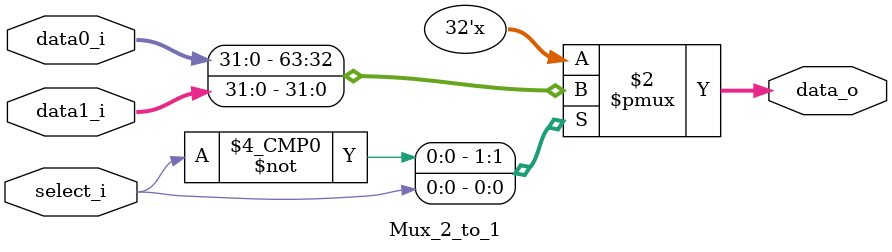
<source format=sv>
module Mux_2_to_1 #(
parameter DATA_WIDTH=32
)(

input [DATA_WIDTH-1:0] data0_i,
input [DATA_WIDTH-1:0] data1_i,

input select_i,

output reg [DATA_WIDTH-1:0] data_o

);



always @(*)
begin
	case(select_i)

		2'b00: data_o  = data0_i;
		2'b01: data_o  = data1_i;

	endcase
end



endmodule
</source>
